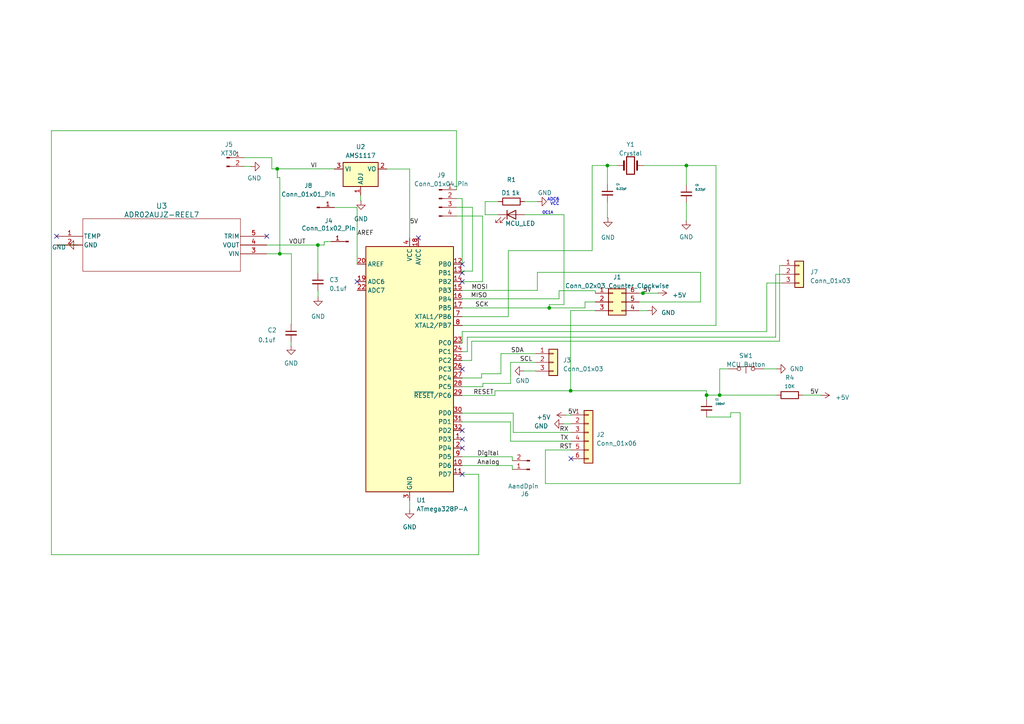
<source format=kicad_sch>
(kicad_sch (version 20230121) (generator eeschema)
  (paper "A4")
  (lib_symbols
    (symbol "2023-06-26_00-14-37:ADR02AUJZ-REEL7" (pin_names (offset 0.254))
      (property "Reference" "U" (at 30.48 10.16 0))
      (property "Value" "ADR02AUJZ-REEL7" (at 30.48 7.62 0))
      (symbol "ADR02AUJZ-REEL7_0_1"
        (polyline (pts (xy 7.62 -10.16) (xy 53.34 -10.16)) (stroke (width 0.127)))
        (polyline (pts (xy 7.62 5.08) (xy 7.62 -10.16)) (stroke (width 0.127)))
        (polyline (pts (xy 53.34 -10.16) (xy 53.34 5.08)) (stroke (width 0.127)))
        (polyline (pts (xy 53.34 5.08) (xy 7.62 5.08)) (stroke (width 0.127)))
        (pin unspecified line (at 0 0 0) (length 7.62) (name "TEMP") (number "1"))
        (pin unspecified line (at 0 -2.54 0) (length 7.62) (name "GND") (number "2"))
        (pin unspecified line (at 60.96 -5.08 180) (length 7.62) (name "VIN") (number "3"))
        (pin unspecified line (at 60.96 -2.54 180) (length 7.62) (name "VOUT") (number "4"))
        (pin unspecified line (at 60.96 0 180) (length 7.62) (name "TRIM") (number "5"))
      )
    )
    (symbol "Connector:Conn_01x01_Pin" (pin_names (offset 1.016) hide)
      (property "Reference" "J" (at 0 2.54 0))
      (property "Value" "Conn_01x01_Pin" (at 0 -2.54 0))
      (symbol "Conn_01x01_Pin_1_1"
        (polyline (pts (xy 1.27 0) (xy 0.8636 0)) (stroke (width 0.1524)))
        (rectangle (start 0.8636 0.127) (end 0 -0.127) (stroke (width 0.1524)) (fill (type outline)))
        (pin passive line (at 5.08 0 180) (length 3.81) (name "Pin_1") (number "1"))
      )
    )
    (symbol "Connector:Conn_01x02_Pin" (pin_names (offset 1.016) hide)
      (property "Reference" "J" (at 0 2.54 0))
      (property "Value" "Conn_01x02_Pin" (at 0 -5.08 0))
      (symbol "Conn_01x02_Pin_1_1"
        (polyline (pts (xy 1.27 -2.54) (xy 0.8636 -2.54)) (stroke (width 0.1524)))
        (polyline (pts (xy 1.27 0) (xy 0.8636 0)) (stroke (width 0.1524)))
        (rectangle (start 0.8636 -2.413) (end 0 -2.667) (stroke (width 0.1524)) (fill (type outline)))
        (rectangle (start 0.8636 0.127) (end 0 -0.127) (stroke (width 0.1524)) (fill (type outline)))
        (pin passive line (at 5.08 0 180) (length 3.81) (name "Pin_1") (number "1"))
        (pin passive line (at 5.08 -2.54 180) (length 3.81) (name "Pin_2") (number "2"))
      )
    )
    (symbol "Connector:Conn_01x04_Pin" (pin_names (offset 1.016) hide)
      (property "Reference" "J" (at 0 5.08 0))
      (property "Value" "Conn_01x04_Pin" (at 0 -7.62 0))
      (symbol "Conn_01x04_Pin_1_1"
        (polyline (pts (xy 1.27 -5.08) (xy 0.8636 -5.08)) (stroke (width 0.1524)))
        (polyline (pts (xy 1.27 -2.54) (xy 0.8636 -2.54)) (stroke (width 0.1524)))
        (polyline (pts (xy 1.27 0) (xy 0.8636 0)) (stroke (width 0.1524)))
        (polyline (pts (xy 1.27 2.54) (xy 0.8636 2.54)) (stroke (width 0.1524)))
        (rectangle (start 0.8636 -4.953) (end 0 -5.207) (stroke (width 0.1524)) (fill (type outline)))
        (rectangle (start 0.8636 -2.413) (end 0 -2.667) (stroke (width 0.1524)) (fill (type outline)))
        (rectangle (start 0.8636 0.127) (end 0 -0.127) (stroke (width 0.1524)) (fill (type outline)))
        (rectangle (start 0.8636 2.667) (end 0 2.413) (stroke (width 0.1524)) (fill (type outline)))
        (pin passive line (at 5.08 2.54 180) (length 3.81) (name "Pin_1") (number "1"))
        (pin passive line (at 5.08 0 180) (length 3.81) (name "Pin_2") (number "2"))
        (pin passive line (at 5.08 -2.54 180) (length 3.81) (name "Pin_3") (number "3"))
        (pin passive line (at 5.08 -5.08 180) (length 3.81) (name "Pin_4") (number "4"))
      )
    )
    (symbol "Connector_Generic:Conn_01x03" (pin_names (offset 1.016) hide)
      (property "Reference" "J" (at 0 5.08 0))
      (property "Value" "Conn_01x03" (at 0 -5.08 0))
      (symbol "Conn_01x03_1_1"
        (rectangle (start -1.27 -2.413) (end 0 -2.667) (stroke (width 0.1524)))
        (rectangle (start -1.27 0.127) (end 0 -0.127) (stroke (width 0.1524)))
        (rectangle (start -1.27 2.667) (end 0 2.413) (stroke (width 0.1524)))
        (rectangle (start -1.27 3.81) (end 1.27 -3.81) (stroke (width 0.254)) (fill (type background)))
        (pin passive line (at -5.08 2.54 0) (length 3.81) (name "Pin_1") (number "1"))
        (pin passive line (at -5.08 0 0) (length 3.81) (name "Pin_2") (number "2"))
        (pin passive line (at -5.08 -2.54 0) (length 3.81) (name "Pin_3") (number "3"))
      )
    )
    (symbol "Connector_Generic:Conn_01x06" (pin_names (offset 1.016) hide)
      (property "Reference" "J" (at 0 7.62 0))
      (property "Value" "Conn_01x06" (at 0 -10.16 0))
      (symbol "Conn_01x06_1_1"
        (rectangle (start -1.27 -7.493) (end 0 -7.747) (stroke (width 0.1524)))
        (rectangle (start -1.27 -4.953) (end 0 -5.207) (stroke (width 0.1524)))
        (rectangle (start -1.27 -2.413) (end 0 -2.667) (stroke (width 0.1524)))
        (rectangle (start -1.27 0.127) (end 0 -0.127) (stroke (width 0.1524)))
        (rectangle (start -1.27 2.667) (end 0 2.413) (stroke (width 0.1524)))
        (rectangle (start -1.27 5.207) (end 0 4.953) (stroke (width 0.1524)))
        (rectangle (start -1.27 6.35) (end 1.27 -8.89) (stroke (width 0.254)) (fill (type background)))
        (pin passive line (at -5.08 5.08 0) (length 3.81) (name "Pin_1") (number "1"))
        (pin passive line (at -5.08 2.54 0) (length 3.81) (name "Pin_2") (number "2"))
        (pin passive line (at -5.08 0 0) (length 3.81) (name "Pin_3") (number "3"))
        (pin passive line (at -5.08 -2.54 0) (length 3.81) (name "Pin_4") (number "4"))
        (pin passive line (at -5.08 -5.08 0) (length 3.81) (name "Pin_5") (number "5"))
        (pin passive line (at -5.08 -7.62 0) (length 3.81) (name "Pin_6") (number "6"))
      )
    )
    (symbol "Connector_Generic:Conn_02x03_Counter_Clockwise" (pin_names (offset 1.016) hide)
      (property "Reference" "J" (at 1.27 5.08 0))
      (property "Value" "Conn_02x03_Counter_Clockwise" (at 1.27 -5.08 0))
      (symbol "Conn_02x03_Counter_Clockwise_1_1"
        (rectangle (start -1.27 -2.413) (end 0 -2.667) (stroke (width 0.1524)))
        (rectangle (start -1.27 0.127) (end 0 -0.127) (stroke (width 0.1524)))
        (rectangle (start -1.27 2.667) (end 0 2.413) (stroke (width 0.1524)))
        (rectangle (start -1.27 3.81) (end 3.81 -3.81) (stroke (width 0.254)) (fill (type background)))
        (rectangle (start 3.81 -2.413) (end 2.54 -2.667) (stroke (width 0.1524)))
        (rectangle (start 3.81 0.127) (end 2.54 -0.127) (stroke (width 0.1524)))
        (rectangle (start 3.81 2.667) (end 2.54 2.413) (stroke (width 0.1524)))
        (pin passive line (at -5.08 2.54 0) (length 3.81) (name "Pin_1") (number "1"))
        (pin passive line (at -5.08 0 0) (length 3.81) (name "Pin_2") (number "2"))
        (pin passive line (at -5.08 -2.54 0) (length 3.81) (name "Pin_3") (number "3"))
        (pin passive line (at 7.62 -2.54 180) (length 3.81) (name "Pin_4") (number "4"))
        (pin passive line (at 7.62 0 180) (length 3.81) (name "Pin_5") (number "5"))
        (pin passive line (at 7.62 2.54 180) (length 3.81) (name "Pin_6") (number "6"))
      )
    )
    (symbol "Device:C_Small" (pin_numbers hide) (pin_names (offset 0.254) hide)
      (property "Reference" "C" (at 0.254 1.778 0))
      (property "Value" "C_Small" (at 0.254 -2.032 0))
      (symbol "C_Small_0_1"
        (polyline (pts (xy -1.524 -0.508) (xy 1.524 -0.508)) (stroke (width 0.3302)))
        (polyline (pts (xy -1.524 0.508) (xy 1.524 0.508)) (stroke (width 0.3048)))
      )
      (symbol "C_Small_1_1"
        (pin passive line (at 0 2.54 270) (length 2.032) (name "~") (number "1"))
        (pin passive line (at 0 -2.54 90) (length 2.032) (name "~") (number "2"))
      )
    )
    (symbol "Device:Crystal" (pin_numbers hide) (pin_names (offset 1.016) hide)
      (property "Reference" "Y" (at 0 3.81 0))
      (property "Value" "Crystal" (at 0 -3.81 0))
      (symbol "Crystal_0_1"
        (rectangle (start -1.143 2.54) (end 1.143 -2.54) (stroke (width 0.3048)))
        (polyline (pts (xy -2.54 0) (xy -1.905 0)))
        (polyline (pts (xy -1.905 -1.27) (xy -1.905 1.27)) (stroke (width 0.508)))
        (polyline (pts (xy 1.905 -1.27) (xy 1.905 1.27)) (stroke (width 0.508)))
        (polyline (pts (xy 2.54 0) (xy 1.905 0)))
      )
      (symbol "Crystal_1_1"
        (pin passive line (at -3.81 0 0) (length 1.27) (name "1") (number "1"))
        (pin passive line (at 3.81 0 180) (length 1.27) (name "2") (number "2"))
      )
    )
    (symbol "Device:LED" (pin_numbers hide) (pin_names (offset 1.016) hide)
      (property "Reference" "D" (at 0 2.54 0))
      (property "Value" "LED" (at 0 -2.54 0))
      (symbol "LED_0_1"
        (polyline (pts (xy -1.27 -1.27) (xy -1.27 1.27)) (stroke (width 0.254)))
        (polyline (pts (xy -1.27 0) (xy 1.27 0)))
        (polyline (pts (xy 1.27 -1.27) (xy 1.27 1.27) (xy -1.27 0) (xy 1.27 -1.27)) (stroke (width 0.254)))
        (polyline (pts (xy -3.048 -0.762) (xy -4.572 -2.286) (xy -3.81 -2.286) (xy -4.572 -2.286) (xy -4.572 -1.524)))
        (polyline (pts (xy -1.778 -0.762) (xy -3.302 -2.286) (xy -2.54 -2.286) (xy -3.302 -2.286) (xy -3.302 -1.524)))
      )
      (symbol "LED_1_1"
        (pin passive line (at -3.81 0 0) (length 2.54) (name "K") (number "1"))
        (pin passive line (at 3.81 0 180) (length 2.54) (name "A") (number "2"))
      )
    )
    (symbol "Device:R" (pin_numbers hide) (pin_names (offset 0))
      (property "Reference" "R" (at 2.032 0 90))
      (property "Value" "R" (at 0 0 90))
      (symbol "R_0_1"
        (rectangle (start -1.016 -2.54) (end 1.016 2.54) (stroke (width 0.254)))
      )
      (symbol "R_1_1"
        (pin passive line (at 0 3.81 270) (length 1.27) (name "~") (number "1"))
        (pin passive line (at 0 -3.81 90) (length 1.27) (name "~") (number "2"))
      )
    )
    (symbol "MCU_Microchip_ATmega:ATmega328P-A"
      (property "Reference" "U1" (at 1.9559 -37.9984 0))
      (property "Value" "ATmega328P-A" (at 1.9559 -40.5384 0))
      (symbol "ATmega328P-A_0_1"
        (rectangle (start -12.7 -35.56) (end 12.7 35.56) (stroke (width 0.254)) (fill (type background)))
      )
      (symbol "ATmega328P-A_1_1"
        (pin bidirectional line (at 15.24 -20.32 180) (length 2.54) (name "PD3") (number "1"))
        (pin bidirectional line (at 15.24 -27.94 180) (length 2.54) (name "PD6") (number "10"))
        (pin bidirectional line (at 15.24 -30.48 180) (length 2.54) (name "PD7") (number "11"))
        (pin bidirectional line (at 15.24 30.48 180) (length 2.54) (name "PB0") (number "12"))
        (pin bidirectional line (at 15.24 27.94 180) (length 2.54) (name "PB1") (number "13"))
        (pin bidirectional line (at 15.24 25.4 180) (length 2.54) (name "PB2") (number "14"))
        (pin bidirectional line (at 15.24 22.86 180) (length 2.54) (name "PB3") (number "15"))
        (pin bidirectional line (at 15.24 20.32 180) (length 2.54) (name "PB4") (number "16"))
        (pin bidirectional line (at 15.24 17.78 180) (length 2.54) (name "PB5") (number "17"))
        (pin power_in line (at 2.54 38.1 270) (length 2.54) (name "AVCC") (number "18"))
        (pin input line (at -15.24 25.4 0) (length 2.54) (name "ADC6") (number "19"))
        (pin bidirectional line (at 15.24 -22.86 180) (length 2.54) (name "PD4") (number "2"))
        (pin passive line (at -15.24 30.48 0) (length 2.54) (name "AREF") (number "20"))
        (pin passive line (at 0 -38.1 90) (length 2.54) hide (name "GND") (number "21"))
        (pin input line (at -15.24 22.86 0) (length 2.54) (name "ADC7") (number "22"))
        (pin bidirectional line (at 15.24 7.62 180) (length 2.54) (name "PC0") (number "23"))
        (pin bidirectional line (at 15.24 5.08 180) (length 2.54) (name "PC1") (number "24"))
        (pin bidirectional line (at 15.24 2.54 180) (length 2.54) (name "PC2") (number "25"))
        (pin bidirectional line (at 15.24 0 180) (length 2.54) (name "PC3") (number "26"))
        (pin bidirectional line (at 15.24 -2.54 180) (length 2.54) (name "PC4") (number "27"))
        (pin bidirectional line (at 15.24 -5.08 180) (length 2.54) (name "PC5") (number "28"))
        (pin bidirectional line (at 15.24 -7.62 180) (length 2.54) (name "~{RESET}/PC6") (number "29"))
        (pin power_out line (at 0 -38.1 90) (length 2.54) (name "GND") (number "3"))
        (pin bidirectional line (at 15.24 -12.7 180) (length 2.54) (name "PD0") (number "30"))
        (pin bidirectional line (at 15.24 -15.24 180) (length 2.54) (name "PD1") (number "31"))
        (pin bidirectional line (at 15.24 -17.78 180) (length 2.54) (name "PD2") (number "32"))
        (pin power_in line (at 0 38.1 270) (length 2.54) (name "VCC") (number "4"))
        (pin passive line (at 0 -38.1 90) (length 2.54) hide (name "GND") (number "5"))
        (pin passive line (at 0 38.1 270) (length 2.54) hide (name "VCC") (number "6"))
        (pin bidirectional line (at 15.24 15.24 180) (length 2.54) (name "XTAL1/PB6") (number "7"))
        (pin bidirectional line (at 15.24 12.7 180) (length 2.54) (name "XTAL2/PB7") (number "8"))
        (pin bidirectional line (at 15.24 -25.4 180) (length 2.54) (name "PD5") (number "9"))
      )
    )
    (symbol "Regulator_Linear:AMS1117"
      (property "Reference" "U" (at -3.81 3.175 0))
      (property "Value" "AMS1117" (at 0 3.175 0))
      (symbol "AMS1117_0_1"
        (rectangle (start -5.08 -5.08) (end 5.08 1.905) (stroke (width 0.254)) (fill (type background)))
      )
      (symbol "AMS1117_1_1"
        (pin input line (at 0 -7.62 90) (length 2.54) (name "ADJ") (number "1"))
        (pin power_out line (at 7.62 0 180) (length 2.54) (name "VO") (number "2"))
        (pin power_in line (at -7.62 0 0) (length 2.54) (name "VI") (number "3"))
      )
    )
    (symbol "Switch:SW_Push_Open" (pin_numbers hide) (pin_names (offset 1.016) hide)
      (property "Reference" "SW" (at 0 2.54 0))
      (property "Value" "SW_Push_Open" (at 0 -1.905 0))
      (symbol "SW_Push_Open_0_1"
        (circle (center -2.032 0) (radius 0.508))
        (polyline (pts (xy -2.54 -0.635) (xy 2.54 -0.635)))
        (polyline (pts (xy 0 -0.635) (xy 0 1.27)))
        (circle (center 2.032 0) (radius 0.508))
        (pin passive line (at -5.08 0 0) (length 2.54) (name "A") (number "1"))
      )
      (symbol "SW_Push_Open_1_1"
        (pin passive line (at 5.08 0 180) (length 2.54) (name "B") (number "2"))
      )
    )
    (symbol "power:+5V" (power) (pin_names (offset 0))
      (property "Value" "+5V" (at 0 3.556 0))
      (symbol "+5V_0_1"
        (polyline (pts (xy -0.762 1.27) (xy 0 2.54)))
        (polyline (pts (xy 0 0) (xy 0 2.54)))
        (polyline (pts (xy 0 2.54) (xy 0.762 1.27)))
      )
      (symbol "+5V_1_1"
        (pin power_in line (at 0 0 90) (length 0) hide (name "+5V") (number "1"))
      )
    )
    (symbol "power:GND" (power) (pin_names (offset 0))
      (property "Value" "GND" (at 0 -3.81 0))
      (symbol "GND_0_1"
        (polyline (pts (xy 0 0) (xy 0 -1.27) (xy 1.27 -1.27) (xy 0 -2.54) (xy -1.27 -1.27) (xy 0 -1.27)))
      )
      (symbol "GND_1_1"
        (pin power_in line (at 0 0 270) (length 0) hide (name "GND") (number "1"))
      )
    )
  )
  (junction (at 208.7372 114.6048))
  (junction (at 186.4868 85.0392))
  (junction (at 80.4164 48.9712))
  (junction (at 204.9272 114.6048))
  (junction (at 92.202 71.0692))
  (junction (at 165.506 113.3348))
  (junction (at 159.302 89.3064))
  (junction (at 176.1744 48.006))
  (junction (at 81.1628 73.6092))
  (junction (at 199.0852 48.006))
  (no_connect (at 16.4084 68.5292))
  (no_connect (at 134.0612 124.8664))
  (no_connect (at 134.0612 76.6064))
  (no_connect (at 134.0612 127.4064))
  (no_connect (at 121.3612 68.9864))
  (no_connect (at 134.0612 79.1464))
  (no_connect (at 77.3684 68.5292))
  (no_connect (at 134.0612 137.5664))
  (no_connect (at 134.0612 81.6864))
  (no_connect (at 134.0612 107.0864))
  (no_connect (at 103.5812 81.6864))
  (no_connect (at 134.0612 129.9464))
  (no_connect (at 165.608 133.0452))
  (wire (pts (xy 137.0473 78.6421) (xy 134.0612 78.6421)))
  (wire (pts (xy 112.2172 49.022) (xy 118.8212 49.022)))
  (wire (pts (xy 134.0612 84.2264) (xy 155.8544 84.2264)))
  (wire (pts (xy 81.1628 73.6092) (xy 81.1628 51.5112)))
  (wire (pts (xy 96.9772 48.9712) (xy 96.9772 49.022)))
  (wire (pts (xy 155.8544 78.994) (xy 203.2 78.994)))
  (wire (pts (xy 147.4216 72.6948) (xy 147.4216 91.8464)))
  (wire (pts (xy 77.3684 73.6092) (xy 81.1628 73.6092)))
  (wire (pts (xy 186.69 48.006) (xy 199.0852 48.006)))
  (wire (pts (xy 165.506 90.0684) (xy 172.6692 90.0684)))
  (wire (pts (xy 134.0612 135.0264) (xy 148.59 135.0264)))
  (wire (pts (xy 134.0612 81.6864) (xy 139.9706 81.6864)))
  (wire (pts (xy 203.2 78.994) (xy 203.2 87.5792)))
  (wire (pts (xy 147.4216 72.6948) (xy 171.7548 72.6948)))
  (wire (pts (xy 139.9706 81.6864) (xy 139.9706 62.6618)))
  (wire (pts (xy 134.0612 78.6421) (xy 134.0612 79.1464)))
  (wire (pts (xy 138.8657 160.8738) (xy 138.8657 137.5664)))
  (wire (pts (xy 204.9272 120.9548) (xy 211.9376 120.9548)))
  (wire (pts (xy 185.3692 90.1192) (xy 187.9092 90.1192)))
  (wire (pts (xy 134.0612 91.8464) (xy 147.4216 91.8464)))
  (wire (pts (xy 199.0852 48.006) (xy 207.6704 48.006)))
  (wire (pts (xy 172.6692 90.0684) (xy 172.6692 90.1192)))
  (wire (pts (xy 163.3728 122.936) (xy 165.608 122.936)))
  (wire (pts (xy 165.608 120.396) (xy 165.608 120.3452)))
  (wire (pts (xy 78.8416 48.9712) (xy 80.4164 48.9712)))
  (wire (pts (xy 134.0612 86.6648) (xy 134.0612 86.7664)))
  (wire (pts (xy 224.9932 79.5528) (xy 226.7204 79.5528)))
  (wire (pts (xy 221.4372 106.9848) (xy 225.2472 106.9848)))
  (wire (pts (xy 136.8044 98.9584) (xy 226.1108 98.9584)))
  (wire (pts (xy 164.084 120.396) (xy 165.608 120.396)))
  (wire (pts (xy 155.3972 107.5944) (xy 155.3972 107.6452)))
  (wire (pts (xy 145.288 108.4072) (xy 145.288 102.5652)))
  (wire (pts (xy 148.082 111.2134) (xy 148.082 105.1052)))
  (wire (pts (xy 211.9376 119.6848) (xy 214.6808 119.6848)))
  (wire (pts (xy 104.5972 58.2168) (xy 104.6988 58.2168)))
  (wire (pts (xy 140.0556 111.2134) (xy 148.082 111.2134)))
  (wire (pts (xy 162.1536 84.328) (xy 172.6692 84.328)))
  (wire (pts (xy 226.1108 77.0128) (xy 226.7204 77.0128)))
  (wire (pts (xy 224.9932 97.79) (xy 224.9932 79.5528)))
  (wire (pts (xy 222.4024 82.0928) (xy 226.7204 82.0928)))
  (wire (pts (xy 80.4164 51.5112) (xy 80.4164 48.9712)))
  (wire (pts (xy 84.5312 73.6092) (xy 84.5312 94.0816)))
  (wire (pts (xy 92.2528 84.328) (xy 92.202 84.328)))
  (wire (pts (xy 207.6704 48.006) (xy 207.6704 94.3864)))
  (wire (pts (xy 145.288 102.5652) (xy 155.3972 102.5652)))
  (wire (pts (xy 72.7456 48.26) (xy 72.7456 48.3108)))
  (wire (pts (xy 81.1628 73.6092) (xy 84.5312 73.6092)))
  (wire (pts (xy 134.0612 119.8372) (xy 134.0612 119.7864)))
  (wire (pts (xy 132.4102 55.0418) (xy 132.4102 37.9097)))
  (wire (pts (xy 222.4024 96.1644) (xy 222.4024 82.0928)))
  (wire (pts (xy 140.716 58.4708) (xy 144.526 58.4708)))
  (wire (pts (xy 176.1744 48.006) (xy 179.07 48.006)))
  (wire (pts (xy 199.0852 63.9572) (xy 199.0344 63.9572)))
  (wire (pts (xy 226.1108 98.9584) (xy 226.1108 77.0128)))
  (wire (pts (xy 148.082 105.1052) (xy 155.3972 105.1052)))
  (wire (pts (xy 92.202 79.248) (xy 92.202 71.0692)))
  (wire (pts (xy 140.716 62.2808) (xy 140.716 58.4708)))
  (wire (pts (xy 151.9428 107.5944) (xy 155.3972 107.5944)))
  (wire (pts (xy 232.8672 114.6048) (xy 238.0488 114.6048)))
  (wire (pts (xy 22.6568 71.0692) (xy 16.4084 71.0692)))
  (wire (pts (xy 186.4868 85.09) (xy 186.4868 85.0392)))
  (wire (pts (xy 159.302 88.3412) (xy 159.302 89.3064)))
  (wire (pts (xy 171.7548 72.6948) (xy 171.7548 48.006)))
  (wire (pts (xy 70.8152 48.26) (xy 72.7456 48.26)))
  (wire (pts (xy 84.5312 94.0816) (xy 84.4296 94.0816)))
  (wire (pts (xy 169.672 87.5792) (xy 172.6692 87.5792)))
  (wire (pts (xy 171.7548 48.006) (xy 176.1744 48.006)))
  (wire (pts (xy 187.9092 90.1192) (xy 187.9092 90.0684)))
  (wire (pts (xy 148.8563 125.4252) (xy 165.608 125.4252)))
  (wire (pts (xy 134.0612 99.4664) (xy 134.0612 96.1644)))
  (wire (pts (xy 81.1628 51.5112) (xy 80.4164 51.5112)))
  (wire (pts (xy 136.8044 104.5464) (xy 136.8044 98.9584)))
  (wire (pts (xy 118.8212 49.022) (xy 118.8212 68.9864)))
  (wire (pts (xy 134.0612 76.6064) (xy 134.0612 57.5818)))
  (wire (pts (xy 158.1912 130.5052) (xy 165.608 130.5052)))
  (wire (pts (xy 185.3692 85.0392) (xy 186.4868 85.0392)))
  (wire (pts (xy 134.0612 96.1644) (xy 222.4024 96.1644)))
  (wire (pts (xy 204.9272 114.6048) (xy 204.9272 115.8748)))
  (wire (pts (xy 176.1744 58.5724) (xy 176.1744 63.1952)))
  (wire (pts (xy 163.576 62.2808) (xy 163.576 88.3412)))
  (wire (pts (xy 139.7 108.4072) (xy 145.288 108.4072)))
  (wire (pts (xy 104.5972 56.642) (xy 104.5972 58.2168)))
  (wire (pts (xy 134.0612 112.1664) (xy 140.0556 112.1664)))
  (wire (pts (xy 152.146 58.4708) (xy 155.956 58.4708)))
  (wire (pts (xy 162.1536 86.6648) (xy 162.1536 84.328)))
  (wire (pts (xy 190.8556 85.0392) (xy 190.8556 84.9884)))
  (wire (pts (xy 134.0612 102.0064) (xy 135.5344 102.0064)))
  (wire (pts (xy 176.1744 63.1952) (xy 176.3268 63.1952)))
  (wire (pts (xy 92.2528 86.106) (xy 92.2528 84.328)))
  (wire (pts (xy 144.526 62.2808) (xy 140.716 62.2808)))
  (wire (pts (xy 134.0612 132.4864) (xy 148.59 132.4864)))
  (wire (pts (xy 143.5608 114.7064) (xy 134.0612 114.7064)))
  (wire (pts (xy 138.8657 137.5664) (xy 134.0612 137.5664)))
  (wire (pts (xy 139.7 109.6264) (xy 134.0612 109.6264)))
  (wire (pts (xy 148.0627 122.3772) (xy 148.0627 127.9652)))
  (wire (pts (xy 159.302 89.3064) (xy 169.672 89.3064)))
  (wire (pts (xy 148.8563 119.8372) (xy 148.8563 125.4252)))
  (wire (pts (xy 204.9272 113.3348) (xy 204.9272 114.6048)))
  (wire (pts (xy 92.202 71.0692) (xy 94.0308 71.0692)))
  (wire (pts (xy 134.0612 122.3772) (xy 148.0627 122.3772)))
  (wire (pts (xy 203.2 87.5792) (xy 185.3692 87.5792)))
  (wire (pts (xy 134.0612 122.3772) (xy 134.0612 122.3264)))
  (wire (pts (xy 186.4868 85.0392) (xy 190.8556 85.0392)))
  (wire (pts (xy 77.3684 71.0692) (xy 92.202 71.0692)))
  (wire (pts (xy 135.5344 97.79) (xy 224.9932 97.79)))
  (wire (pts (xy 84.4296 99.1616) (xy 84.4296 100.2792)))
  (wire (pts (xy 143.5608 113.3348) (xy 165.506 113.3348)))
  (wire (pts (xy 214.6808 140.2588) (xy 158.1912 140.2588)))
  (wire (pts (xy 169.672 89.3064) (xy 169.672 87.5792)))
  (wire (pts (xy 132.4102 37.9097) (xy 14.9179 37.9097)))
  (wire (pts (xy 118.8212 145.1864) (xy 118.8212 147.7772)))
  (wire (pts (xy 165.608 122.936) (xy 165.608 122.8852)))
  (wire (pts (xy 135.5344 102.0064) (xy 135.5344 97.79)))
  (wire (pts (xy 78.8416 48.9712) (xy 78.8416 45.72)))
  (wire (pts (xy 78.8416 45.72) (xy 70.8152 45.72)))
  (wire (pts (xy 211.2772 106.9848) (xy 208.7372 106.9848)))
  (wire (pts (xy 14.9179 160.8738) (xy 138.8657 160.8738)))
  (wire (pts (xy 137.0473 60.1218) (xy 137.0473 78.6421)))
  (wire (pts (xy 94.9452 70.0532) (xy 96.012 70.0532)))
  (wire (pts (xy 163.576 88.3412) (xy 159.302 88.3412)))
  (wire (pts (xy 148.59 135.0264) (xy 148.59 136.144)))
  (wire (pts (xy 208.7372 106.9848) (xy 208.7372 114.6048)))
  (wire (pts (xy 143.5608 113.3348) (xy 143.5608 114.7064)))
  (wire (pts (xy 148.0627 127.9652) (xy 165.608 127.9652)))
  (wire (pts (xy 165.506 113.3348) (xy 165.506 90.0684)))
  (wire (pts (xy 148.59 132.4864) (xy 148.59 133.604)))
  (wire (pts (xy 132.4102 60.1218) (xy 137.0473 60.1218)))
  (wire (pts (xy 176.1744 53.4924) (xy 176.1744 48.006)))
  (wire (pts (xy 238.0488 114.6556) (xy 238.0488 114.6048)))
  (wire (pts (xy 152.146 62.2808) (xy 163.576 62.2808)))
  (wire (pts (xy 208.7372 114.6048) (xy 225.2472 114.6048)))
  (wire (pts (xy 134.0612 57.5818) (xy 132.4102 57.5818)))
  (wire (pts (xy 207.6704 94.3864) (xy 134.0612 94.3864)))
  (wire (pts (xy 199.0852 58.7756) (xy 199.0852 63.9572)))
  (wire (pts (xy 134.0612 119.8372) (xy 148.8563 119.8372)))
  (wire (pts (xy 139.9706 62.6618) (xy 132.4102 62.6618)))
  (wire (pts (xy 204.9272 114.6048) (xy 208.7372 114.6048)))
  (wire (pts (xy 134.0612 104.5464) (xy 136.8044 104.5464)))
  (wire (pts (xy 80.4164 48.9712) (xy 96.9772 48.9712)))
  (wire (pts (xy 165.506 113.3348) (xy 204.9272 113.3348)))
  (wire (pts (xy 214.6808 119.6848) (xy 214.6808 140.2588)))
  (wire (pts (xy 134.0612 89.3064) (xy 159.302 89.3064)))
  (wire (pts (xy 158.1912 140.2588) (xy 158.1912 130.5052)))
  (wire (pts (xy 172.6692 84.328) (xy 172.6692 85.0392)))
  (wire (pts (xy 103.5812 76.6064) (xy 103.5812 60.1726)))
  (wire (pts (xy 199.0852 53.6956) (xy 199.0852 48.006)))
  (wire (pts (xy 139.7 108.4072) (xy 139.7 109.6264)))
  (wire (pts (xy 103.5812 60.1726) (xy 97.0026 60.1726)))
  (wire (pts (xy 140.0556 112.1664) (xy 140.0556 111.2134)))
  (wire (pts (xy 94.0308 70.104) (xy 94.0308 71.0692)))
  (wire (pts (xy 134.0612 86.6648) (xy 162.1536 86.6648)))
  (wire (pts (xy 94.9452 70.104) (xy 94.0308 70.104)))
  (wire (pts (xy 94.9452 70.0532) (xy 94.9452 70.104)))
  (wire (pts (xy 211.9376 120.9548) (xy 211.9376 119.6848)))
  (wire (pts (xy 14.9179 37.9097) (xy 14.9179 160.8738)))
  (wire (pts (xy 155.8544 84.2264) (xy 155.8544 78.994)))
  (text "VCC" (at 162.306 59.7408 0) (effects (font (size 0.9 0.9)) (justify right bottom)))
  (text "ADC6" (at 162.306 58.4708 0) (effects (font (size 0.9 0.9)) (justify right bottom)))
  (text "OC1A" (at 157.226 62.2808 0) (effects (font (size 0.8 0.8)) (justify left bottom)))
  (label "5V" (at 164.718 120.396 0))
  (label "SCK" (at 137.8055 89.3064 0))
  (label "VOUT" (at 83.7768 71.0692 0))
  (label "SDA" (at 148.1933 102.5652 0))
  (label "5V" (at 186.4868 85.09 0))
  (label "MISO" (at 136.5249 86.6648 0))
  (label "AREF" (at 103.5812 68.5535 0))
  (label "MOSI" (at 136.7395 84.2264 0))
  (label "5V" (at 234.9585 114.6048 0))
  (label "Analog" (at 138.3876 135.0264 0))
  (label "RX" (at 162.2751 125.4252 0))
  (label "SCL" (at 150.7707 105.1052 0))
  (label "TX" (at 162.4915 127.9652 0))
  (label "RST" (at 162.2752 130.5052 0))
  (label "Digital" (at 138.3876 132.4864 0))
  (label "5V" (at 118.8212 65.1894 0))
  (label "RESET" (at 137.2805 114.7064 0))
  (label "VI" (at 90.1025 48.9712 0))
  (symbol (lib_id "power:GND") (at 225.2472 106.9848 90) (unit 1)
    (property "Reference" "#PWR03" (effects hide))
    (property "Value" "GND" (at 229.0572 106.9847 90) (effects (justify right)))
  )
  (symbol (lib_id "Connector_Generic:Conn_01x06") (at 170.688 125.4252 0) (unit 1)
    (property "Reference" "J2" (at 172.974 126.0602 0) (effects (justify left)))
    (property "Value" "Conn_01x06" (at 172.974 128.6002 0) (effects (justify left)))
    (property "Footprint" "Connector_PinHeader_2.54mm:PinHeader_1x06_P2.54mm_Vertical" (effects hide))
  )
  (symbol (lib_id "Connector:Conn_01x02_Pin") (at 65.7352 45.72 0) (unit 1)
    (property "Reference" "J5" (at 66.3702 41.91 0))
    (property "Value" "XT30" (at 66.3702 44.45 0))
    (property "Footprint" "Connector_AMASS:AMASS_XT30U-F_1x02_P5.0mm_Vertical" (effects hide))
  )
  (symbol (lib_id "power:+5V") (at 164.084 120.396 90) (unit 1)
    (property "Reference" "#PWR013" (effects hide))
    (property "Value" "+5V" (at 159.7152 121.031 90) (effects (justify left)))
  )
  (symbol (lib_id "power:GND") (at 84.4296 100.2792 0) (unit 1)
    (property "Reference" "#PWR09" (effects hide))
    (property "Value" "GND" (at 84.4296 105.3592 0))
  )
  (symbol (lib_id "power:GND") (at 199.0344 63.9572 0) (unit 1)
    (property "Reference" "#PWR016" (effects hide))
    (property "Value" "GND" (at 199.0344 68.7324 0))
  )
  (symbol (lib_id "Device:C_Small") (at 176.1744 56.0324 0) (unit 1)
    (property "Reference" "C4" (at 178.7144 53.4924 0) (effects (font (size 0.5 0.5)) (justify left)))
    (property "Value" "0.22pf" (at 178.7144 54.7624 0) (effects (font (size 0.6 0.6)) (justify left)))
    (property "Footprint" "Capacitor_THT:C_Disc_D3.0mm_W1.6mm_P2.50mm" (effects hide))
  )
  (symbol (lib_id "Device:Crystal") (at 182.88 48.006 0) (unit 1)
    (property "Reference" "Y1" (at 182.88 41.91 0))
    (property "Value" "Crystal" (at 182.88 44.45 0))
    (property "Footprint" "Crystal:Crystal_HC49-4H_Vertical" (effects hide))
  )
  (symbol (lib_id "Device:R") (at 148.336 58.4708 90) (unit 1)
    (property "Reference" "R1" (at 148.336 52.1208 90))
    (property "Value" "1k" (at 149.606 55.9308 90))
    (property "Footprint" "Resistor_THT:R_Axial_DIN0204_L3.6mm_D1.6mm_P1.90mm_Vertical" (effects hide))
  )
  (symbol (lib_id "Connector:Conn_01x01_Pin") (at 91.9226 60.1726 0) (unit 1)
    (property "Reference" "J8" (at 89.4334 53.8226 0))
    (property "Value" "Conn_01x01_Pin" (at 89.4334 56.3626 0))
    (property "Footprint" "Connector_PinHeader_1.00mm:PinHeader_1x01_P1.00mm_Vertical" (effects hide))
  )
  (symbol (lib_id "Connector:Conn_01x02_Pin") (at 153.67 136.144 180) (unit 1)
    (property "Reference" "J6" (at 152.2476 143.256 0))
    (property "Value" "AandDpin" (at 151.7904 141.0208 0))
    (property "Footprint" "Connector_PinHeader_2.54mm:PinHeader_1x02_P2.54mm_Vertical" (effects hide))
  )
  (symbol (lib_id "power:GND") (at 72.7456 48.3108 90) (unit 1)
    (property "Reference" "#PWR07" (effects hide))
    (property "Value" "GND" (at 71.7296 51.6636 90) (effects (justify right)))
  )
  (symbol (lib_id "Device:C_Small") (at 199.0852 56.2356 0) (unit 1)
    (property "Reference" "C5" (at 201.6252 53.6956 0) (effects (font (size 0.5 0.5)) (justify left)))
    (property "Value" "0.22pf" (at 201.6252 54.9656 0) (effects (font (size 0.6 0.6)) (justify left)))
    (property "Footprint" "Capacitor_THT:C_Disc_D3.0mm_W1.6mm_P2.50mm" (effects hide))
  )
  (symbol (lib_id "Switch:SW_Push_Open") (at 216.3572 106.9848 180) (unit 1)
    (property "Reference" "SW1" (at 216.3572 103.1748 0))
    (property "Value" "MCU_Button" (at 216.3572 105.7148 0))
    (property "Footprint" "Button_Switch_THT:SW_PUSH_6mm" (effects hide))
  )
  (symbol (lib_id "power:+5V") (at 238.0488 114.6556 270) (unit 1)
    (property "Reference" "#PWR011" (effects hide))
    (property "Value" "+5V" (at 242.2652 115.2906 90) (effects (justify left)))
  )
  (symbol (lib_id "power:GND") (at 118.8212 147.7772 0) (unit 1)
    (property "Reference" "#PWR01" (effects hide))
    (property "Value" "GND" (at 118.8212 152.8572 0))
  )
  (symbol (lib_id "power:GND") (at 22.6568 71.0692 270) (unit 1)
    (property "Reference" "#PWR08" (effects hide))
    (property "Value" "GND" (at 19.1516 71.7042 90) (effects (justify right)))
  )
  (symbol (lib_id "Device:R") (at 229.0572 114.6048 90) (unit 1)
    (property "Reference" "R4" (at 229.0572 109.5248 90))
    (property "Value" "10K" (at 229.0572 112.0648 90) (effects (font (size 1 1))))
    (property "Footprint" "Resistor_SMD:R_1206_3216Metric" (effects hide))
  )
  (symbol (lib_id "MCU_Microchip_ATmega:ATmega328P-A") (at 118.8212 107.0864 0) (unit 1)
    (property "Reference" "U1" (at 120.7771 145.0848 0) (effects (justify left)))
    (property "Value" "ATmega328P-A" (at 120.7771 147.6248 0) (effects (justify left)))
    (property "Footprint" "Package_QFP:TQFP-32_7x7mm_P0.8mm" (effects hide))
    (property "Datasheet" "http://ww1.microchip.com/downloads/en/DeviceDoc/ATmega328_P%20AVR%20MCU%20with%20picoPower%20Technology%20Data%20Sheet%2040001984A.pdf" (effects hide))
  )
  (symbol (lib_id "power:GND") (at 155.956 58.4708 90) (unit 1)
    (property "Reference" "#PWR02" (effects hide))
    (property "Value" "GND" (at 155.956 55.9308 90) (effects (justify right)))
  )
  (symbol (lib_id "2023-06-26_00-14-37:ADR02AUJZ-REEL7") (at 16.4084 68.5292 0) (unit 1)
    (property "Reference" "U3" (at 46.8884 59.7408 0) (effects (font (size 1.524 1.524))))
    (property "Value" "ADR02AUJZ-REEL7" (at 46.8884 62.2808 0) (effects (font (size 1.524 1.524))))
    (property "Footprint" "footprints:UJ_5_ADI" (effects hide))
    (property "Datasheet" "ADR02AUJZ-REEL7" (effects hide))
  )
  (symbol (lib_id "power:GND") (at 151.9428 107.5944 270) (unit 1)
    (property "Reference" "#PWR05" (effects hide))
    (property "Value" "GND" (at 153.6192 110.4392 90) (effects (justify right)))
  )
  (symbol (lib_id "power:+5V") (at 190.8556 84.9884 270) (unit 1)
    (property "Reference" "#PWR014" (effects hide))
    (property "Value" "+5V" (at 194.9704 85.6234 90) (effects (justify left)))
  )
  (symbol (lib_id "Connector:Conn_01x04_Pin") (at 127.3302 57.5818 0) (unit 1)
    (property "Reference" "J9" (at 127.9652 50.8 0))
    (property "Value" "Conn_01x04_Pin" (at 127.9652 53.34 0))
    (property "Footprint" "Connector_PinHeader_2.54mm:PinHeader_1x04_P2.54mm_Vertical" (effects hide))
  )
  (symbol (lib_id "power:GND") (at 163.3728 122.936 270) (unit 1)
    (property "Reference" "#PWR06" (effects hide))
    (property "Value" "GND" (at 159.004 123.571 90) (effects (justify right)))
  )
  (symbol (lib_id "Connector_Generic:Conn_01x03") (at 231.8004 79.5528 0) (unit 1)
    (property "Reference" "J7" (at 234.95 78.9178 0) (effects (justify left)))
    (property "Value" "Conn_01x03" (at 234.95 81.4578 0) (effects (justify left)))
    (property "Footprint" "Connector_PinHeader_2.54mm:PinHeader_1x03_P2.54mm_Vertical" (effects hide))
  )
  (symbol (lib_id "Regulator_Linear:AMS1117") (at 104.5972 49.022 0) (unit 1)
    (property "Reference" "U2" (at 104.5972 42.5704 0))
    (property "Value" "AMS1117" (at 104.5972 45.1104 0))
    (property "Footprint" "Package_TO_SOT_SMD:SOT-223-3_TabPin2" (effects hide))
    (property "Datasheet" "http://www.advanced-monolithic.com/pdf/ds1117.pdf" (effects hide))
  )
  (symbol (lib_id "power:GND") (at 176.3268 63.1952 0) (unit 1)
    (property "Reference" "#PWR015" (effects hide))
    (property "Value" "GND" (at 176.3268 68.8848 0))
  )
  (symbol (lib_id "Connector:Conn_01x01_Pin") (at 101.092 70.0532 180) (unit 1)
    (property "Reference" "J4" (at 94.1324 64.0588 0) (effects (justify right)))
    (property "Value" "Conn_01x02_Pin" (at 87.4268 66.2178 0) (effects (justify right)))
    (property "Footprint" "Connector_PinHeader_2.54mm:PinHeader_1x01_P2.54mm_Vertical" (effects hide))
  )
  (symbol (lib_id "power:GND") (at 92.2528 86.106 0) (unit 1)
    (property "Reference" "#PWR010" (effects hide))
    (property "Value" "GND" (at 92.2528 91.7956 0))
  )
  (symbol (lib_id "Connector_Generic:Conn_01x03") (at 160.4772 105.1052 0) (unit 1)
    (property "Reference" "J3" (at 163.2712 104.4702 0) (effects (justify left)))
    (property "Value" "Conn_01x03" (at 163.2712 107.0102 0) (effects (justify left)))
    (property "Footprint" "Connector_PinHeader_2.54mm:PinHeader_1x03_P2.54mm_Vertical" (effects hide))
  )
  (symbol (lib_id "power:GND") (at 187.9092 90.0684 90) (unit 1)
    (property "Reference" "#PWR04" (effects hide))
    (property "Value" "GND" (at 191.77 90.7034 90) (effects (justify right)))
  )
  (symbol (lib_id "Connector_Generic:Conn_02x03_Counter_Clockwise") (at 177.7492 87.5792 0) (unit 1)
    (property "Reference" "J1" (at 179.0192 80.3656 0))
    (property "Value" "Conn_02x03_Counter_Clockwise" (at 179.0192 82.9056 0))
    (property "Footprint" "Connector_PinHeader_2.54mm:PinHeader_2x03_P2.54mm_Vertical" (effects hide))
  )
  (symbol (lib_id "Device:C_Small") (at 84.4296 96.6216 0) (unit 1)
    (property "Reference" "C2" (at 77.5716 95.758 0) (effects (justify left)))
    (property "Value" "0.1uf" (at 74.8284 98.6028 0) (effects (justify left)))
    (property "Footprint" "Capacitor_SMD:C_1206_3216Metric" (effects hide))
  )
  (symbol (lib_id "power:GND") (at 104.6988 58.2168 0) (unit 1)
    (property "Reference" "#PWR012" (effects hide))
    (property "Value" "GND" (at 104.6988 63.5 0))
  )
  (symbol (lib_id "Device:C_Small") (at 204.9272 118.4148 0) (unit 1)
    (property "Reference" "C1" (at 207.4672 115.8748 0) (effects (font (size 0.5 0.5)) (justify left)))
    (property "Value" "100nF" (at 207.4672 117.1448 0) (effects (font (size 0.6 0.6)) (justify left)))
    (property "Footprint" "Capacitor_THT:C_Disc_D3.0mm_W1.6mm_P2.50mm" (effects hide))
  )
  (symbol (lib_id "Device:LED") (at 148.336 62.2808 0) (unit 1)
    (property "Reference" "D1" (at 146.7485 55.9308 0))
    (property "Value" "MCU_LED" (at 150.876 64.8208 0))
    (property "Footprint" "LED_THT:LED_D5.0mm" (effects hide))
  )
  (symbol (lib_id "Device:C_Small") (at 92.202 81.788 0) (unit 1)
    (property "Reference" "C3" (at 95.504 81.1593 0) (effects (justify left)))
    (property "Value" "0.1uf" (at 95.504 83.6993 0) (effects (justify left)))
    (property "Footprint" "Capacitor_SMD:C_1206_3216Metric" (effects hide))
  )
)
</source>
